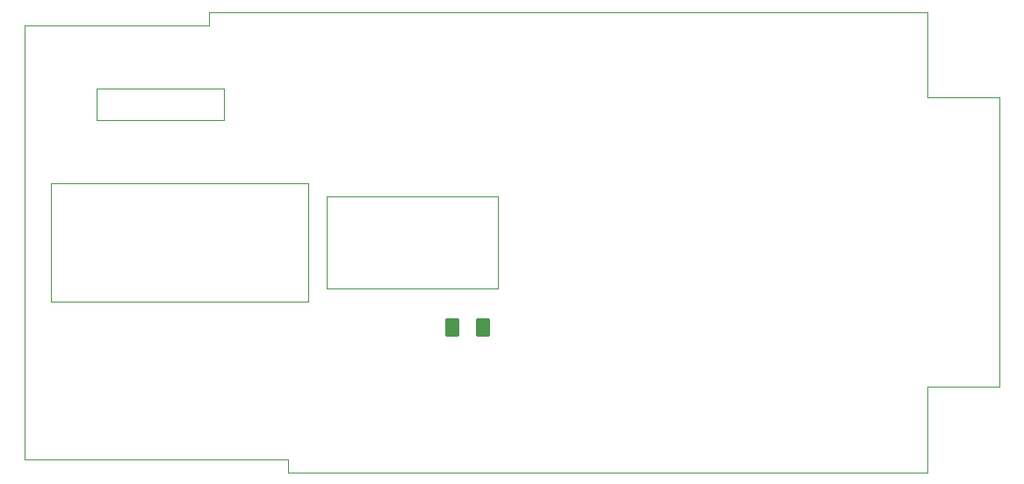
<source format=gbr>
G04 #@! TF.GenerationSoftware,KiCad,Pcbnew,6.0.0-unknown-f08d040~86~ubuntu18.04.1*
G04 #@! TF.CreationDate,2019-05-16T22:23:00+01:00*
G04 #@! TF.ProjectId,mouse8,6d6f7573-6538-42e6-9b69-6361645f7063,rev?*
G04 #@! TF.SameCoordinates,Original*
G04 #@! TF.FileFunction,Paste,Bot*
G04 #@! TF.FilePolarity,Positive*
%FSLAX46Y46*%
G04 Gerber Fmt 4.6, Leading zero omitted, Abs format (unit mm)*
G04 Created by KiCad (PCBNEW 6.0.0-unknown-f08d040~86~ubuntu18.04.1) date 2019-05-16 22:23:00*
%MOMM*%
%LPD*%
G04 APERTURE LIST*
%ADD10C,0.050000*%
%ADD11C,0.100000*%
%ADD12C,1.425000*%
G04 APERTURE END LIST*
D10*
X159308800Y-70916800D02*
X159308800Y-73914000D01*
X171653200Y-70916800D02*
X159308800Y-70916800D01*
X171653200Y-73914000D02*
X171653200Y-70916800D01*
X159308800Y-73914000D02*
X171653200Y-73914000D01*
X154940000Y-80010000D02*
X179705000Y-80010000D01*
X181483000Y-90170000D02*
X181483000Y-81280000D01*
X197993000Y-90170000D02*
X181483000Y-90170000D01*
X197993000Y-81280000D02*
X197993000Y-90170000D01*
X181483000Y-81280000D02*
X197993000Y-81280000D01*
X177800000Y-106680000D02*
X177800000Y-107950000D01*
X152400000Y-106680000D02*
X177800000Y-106680000D01*
X170180000Y-64770000D02*
X152400000Y-64770000D01*
X170180000Y-63500000D02*
X170180000Y-64770000D01*
X154940000Y-91440000D02*
X154940000Y-90805000D01*
X179705000Y-91440000D02*
X179705000Y-90805000D01*
X179705000Y-80010000D02*
X179705000Y-90805000D01*
X239395000Y-71755000D02*
X246380000Y-71755000D01*
X239395000Y-63500000D02*
X239395000Y-71755000D01*
X239395000Y-99695000D02*
X239395000Y-107950000D01*
X246380000Y-99695000D02*
X239395000Y-99695000D01*
X154940000Y-90805000D02*
X154940000Y-80010000D01*
X179705000Y-91440000D02*
X154940000Y-91440000D01*
X152400000Y-106680000D02*
X152400000Y-64770000D01*
X239395000Y-107950000D02*
X177800000Y-107950000D01*
X246380000Y-71755000D02*
X246380000Y-99695000D01*
X170180000Y-63500000D02*
X239395000Y-63500000D01*
D11*
G36*
X194108004Y-93106204D02*
G01*
X194132273Y-93109804D01*
X194156071Y-93115765D01*
X194179171Y-93124030D01*
X194201349Y-93134520D01*
X194222393Y-93147133D01*
X194242098Y-93161747D01*
X194260277Y-93178223D01*
X194276753Y-93196402D01*
X194291367Y-93216107D01*
X194303980Y-93237151D01*
X194314470Y-93259329D01*
X194322735Y-93282429D01*
X194328696Y-93306227D01*
X194332296Y-93330496D01*
X194333500Y-93355000D01*
X194333500Y-94605000D01*
X194332296Y-94629504D01*
X194328696Y-94653773D01*
X194322735Y-94677571D01*
X194314470Y-94700671D01*
X194303980Y-94722849D01*
X194291367Y-94743893D01*
X194276753Y-94763598D01*
X194260277Y-94781777D01*
X194242098Y-94798253D01*
X194222393Y-94812867D01*
X194201349Y-94825480D01*
X194179171Y-94835970D01*
X194156071Y-94844235D01*
X194132273Y-94850196D01*
X194108004Y-94853796D01*
X194083500Y-94855000D01*
X193158500Y-94855000D01*
X193133996Y-94853796D01*
X193109727Y-94850196D01*
X193085929Y-94844235D01*
X193062829Y-94835970D01*
X193040651Y-94825480D01*
X193019607Y-94812867D01*
X192999902Y-94798253D01*
X192981723Y-94781777D01*
X192965247Y-94763598D01*
X192950633Y-94743893D01*
X192938020Y-94722849D01*
X192927530Y-94700671D01*
X192919265Y-94677571D01*
X192913304Y-94653773D01*
X192909704Y-94629504D01*
X192908500Y-94605000D01*
X192908500Y-93355000D01*
X192909704Y-93330496D01*
X192913304Y-93306227D01*
X192919265Y-93282429D01*
X192927530Y-93259329D01*
X192938020Y-93237151D01*
X192950633Y-93216107D01*
X192965247Y-93196402D01*
X192981723Y-93178223D01*
X192999902Y-93161747D01*
X193019607Y-93147133D01*
X193040651Y-93134520D01*
X193062829Y-93124030D01*
X193085929Y-93115765D01*
X193109727Y-93109804D01*
X193133996Y-93106204D01*
X193158500Y-93105000D01*
X194083500Y-93105000D01*
X194108004Y-93106204D01*
X194108004Y-93106204D01*
G37*
D12*
X193621000Y-93980000D03*
D11*
G36*
X197083004Y-93106204D02*
G01*
X197107273Y-93109804D01*
X197131071Y-93115765D01*
X197154171Y-93124030D01*
X197176349Y-93134520D01*
X197197393Y-93147133D01*
X197217098Y-93161747D01*
X197235277Y-93178223D01*
X197251753Y-93196402D01*
X197266367Y-93216107D01*
X197278980Y-93237151D01*
X197289470Y-93259329D01*
X197297735Y-93282429D01*
X197303696Y-93306227D01*
X197307296Y-93330496D01*
X197308500Y-93355000D01*
X197308500Y-94605000D01*
X197307296Y-94629504D01*
X197303696Y-94653773D01*
X197297735Y-94677571D01*
X197289470Y-94700671D01*
X197278980Y-94722849D01*
X197266367Y-94743893D01*
X197251753Y-94763598D01*
X197235277Y-94781777D01*
X197217098Y-94798253D01*
X197197393Y-94812867D01*
X197176349Y-94825480D01*
X197154171Y-94835970D01*
X197131071Y-94844235D01*
X197107273Y-94850196D01*
X197083004Y-94853796D01*
X197058500Y-94855000D01*
X196133500Y-94855000D01*
X196108996Y-94853796D01*
X196084727Y-94850196D01*
X196060929Y-94844235D01*
X196037829Y-94835970D01*
X196015651Y-94825480D01*
X195994607Y-94812867D01*
X195974902Y-94798253D01*
X195956723Y-94781777D01*
X195940247Y-94763598D01*
X195925633Y-94743893D01*
X195913020Y-94722849D01*
X195902530Y-94700671D01*
X195894265Y-94677571D01*
X195888304Y-94653773D01*
X195884704Y-94629504D01*
X195883500Y-94605000D01*
X195883500Y-93355000D01*
X195884704Y-93330496D01*
X195888304Y-93306227D01*
X195894265Y-93282429D01*
X195902530Y-93259329D01*
X195913020Y-93237151D01*
X195925633Y-93216107D01*
X195940247Y-93196402D01*
X195956723Y-93178223D01*
X195974902Y-93161747D01*
X195994607Y-93147133D01*
X196015651Y-93134520D01*
X196037829Y-93124030D01*
X196060929Y-93115765D01*
X196084727Y-93109804D01*
X196108996Y-93106204D01*
X196133500Y-93105000D01*
X197058500Y-93105000D01*
X197083004Y-93106204D01*
X197083004Y-93106204D01*
G37*
D12*
X196596000Y-93980000D03*
M02*

</source>
